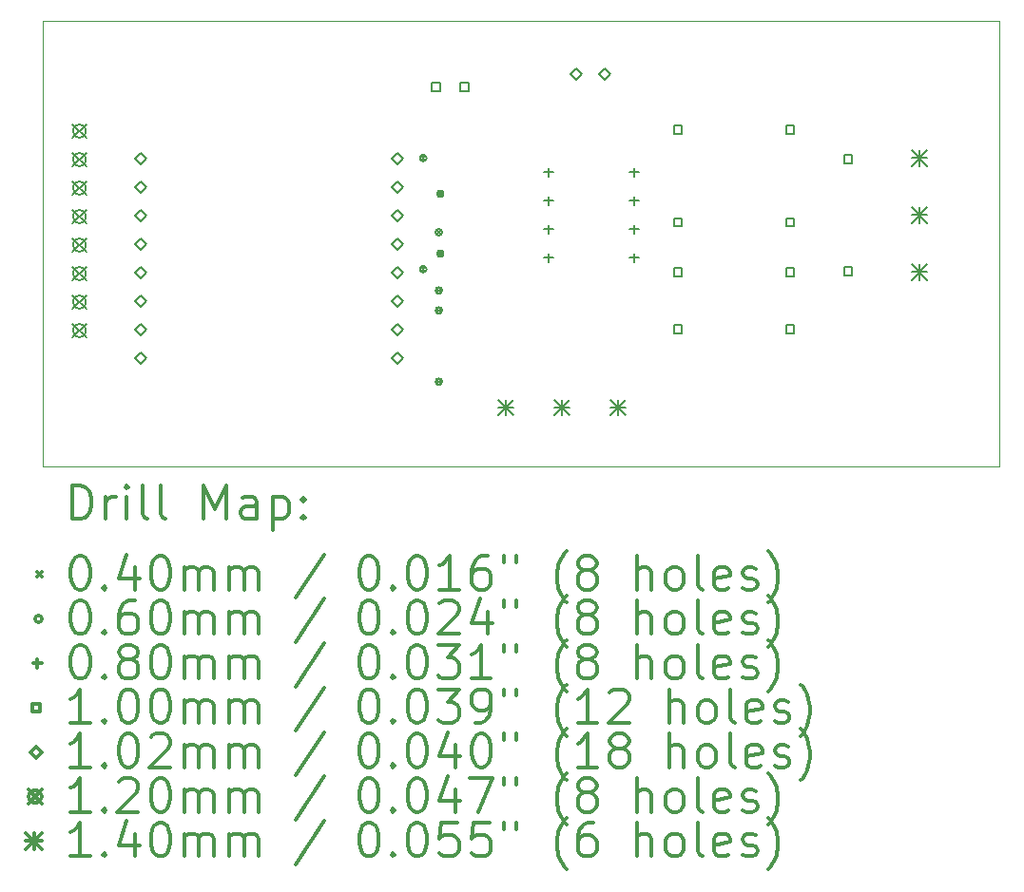
<source format=gbr>
%FSLAX45Y45*%
G04 Gerber Fmt 4.5, Leading zero omitted, Abs format (unit mm)*
G04 Created by KiCad (PCBNEW 4.0.5+dfsg1-4) date Fri Feb 15 16:11:51 2019*
%MOMM*%
%LPD*%
G01*
G04 APERTURE LIST*
%ADD10C,0.127000*%
%ADD11C,0.100000*%
%ADD12C,0.200000*%
%ADD13C,0.300000*%
G04 APERTURE END LIST*
D10*
D11*
X21287740Y-12016740D02*
X12763500Y-12016740D01*
X12763500Y-8051800D02*
X12763500Y-12014200D01*
X21285200Y-8051800D02*
X12763500Y-8051800D01*
X21285200Y-12014200D02*
X21285200Y-8051800D01*
D12*
X16134400Y-9251000D02*
X16174400Y-9291000D01*
X16174400Y-9251000D02*
X16134400Y-9291000D01*
X16134400Y-10241600D02*
X16174400Y-10281600D01*
X16174400Y-10241600D02*
X16134400Y-10281600D01*
X16274100Y-9911400D02*
X16314100Y-9951400D01*
X16314100Y-9911400D02*
X16274100Y-9951400D01*
X16274100Y-10432100D02*
X16314100Y-10472100D01*
X16314100Y-10432100D02*
X16274100Y-10472100D01*
X16274100Y-10609900D02*
X16314100Y-10649900D01*
X16314100Y-10609900D02*
X16274100Y-10649900D01*
X16274100Y-11244900D02*
X16314100Y-11284900D01*
X16314100Y-11244900D02*
X16274100Y-11284900D01*
X16286800Y-9568500D02*
X16326800Y-9608500D01*
X16326800Y-9568500D02*
X16286800Y-9608500D01*
X16286800Y-10101900D02*
X16326800Y-10141900D01*
X16326800Y-10101900D02*
X16286800Y-10141900D01*
X16184400Y-9271000D02*
G75*
G03X16184400Y-9271000I-30000J0D01*
G01*
X16184400Y-10261600D02*
G75*
G03X16184400Y-10261600I-30000J0D01*
G01*
X16324100Y-9931400D02*
G75*
G03X16324100Y-9931400I-30000J0D01*
G01*
X16324100Y-10452100D02*
G75*
G03X16324100Y-10452100I-30000J0D01*
G01*
X16324100Y-10629900D02*
G75*
G03X16324100Y-10629900I-30000J0D01*
G01*
X16324100Y-11264900D02*
G75*
G03X16324100Y-11264900I-30000J0D01*
G01*
X16336800Y-9588500D02*
G75*
G03X16336800Y-9588500I-30000J0D01*
G01*
X16336800Y-10121900D02*
G75*
G03X16336800Y-10121900I-30000J0D01*
G01*
X17272000Y-9358000D02*
X17272000Y-9438000D01*
X17232000Y-9398000D02*
X17312000Y-9398000D01*
X17272000Y-9612000D02*
X17272000Y-9692000D01*
X17232000Y-9652000D02*
X17312000Y-9652000D01*
X17272000Y-9866000D02*
X17272000Y-9946000D01*
X17232000Y-9906000D02*
X17312000Y-9906000D01*
X17272000Y-10120000D02*
X17272000Y-10200000D01*
X17232000Y-10160000D02*
X17312000Y-10160000D01*
X18034000Y-9358000D02*
X18034000Y-9438000D01*
X17994000Y-9398000D02*
X18074000Y-9398000D01*
X18034000Y-9612000D02*
X18034000Y-9692000D01*
X17994000Y-9652000D02*
X18074000Y-9652000D01*
X18034000Y-9866000D02*
X18034000Y-9946000D01*
X17994000Y-9906000D02*
X18074000Y-9906000D01*
X18034000Y-10120000D02*
X18034000Y-10200000D01*
X17994000Y-10160000D02*
X18074000Y-10160000D01*
X16304082Y-8671383D02*
X16304082Y-8600618D01*
X16233317Y-8600618D01*
X16233317Y-8671383D01*
X16304082Y-8671383D01*
X16558082Y-8671383D02*
X16558082Y-8600618D01*
X16487317Y-8600618D01*
X16487317Y-8671383D01*
X16558082Y-8671383D01*
X18458257Y-9052383D02*
X18458257Y-8981618D01*
X18387492Y-8981618D01*
X18387492Y-9052383D01*
X18458257Y-9052383D01*
X18458257Y-9877883D02*
X18458257Y-9807118D01*
X18387492Y-9807118D01*
X18387492Y-9877883D01*
X18458257Y-9877883D01*
X18458257Y-10322383D02*
X18458257Y-10251618D01*
X18387492Y-10251618D01*
X18387492Y-10322383D01*
X18458257Y-10322383D01*
X18458257Y-10830383D02*
X18458257Y-10759618D01*
X18387492Y-10759618D01*
X18387492Y-10830383D01*
X18458257Y-10830383D01*
X19458509Y-9052383D02*
X19458509Y-8981618D01*
X19387744Y-8981618D01*
X19387744Y-9052383D01*
X19458509Y-9052383D01*
X19458509Y-9877883D02*
X19458509Y-9807118D01*
X19387744Y-9807118D01*
X19387744Y-9877883D01*
X19458509Y-9877883D01*
X19458509Y-10322383D02*
X19458509Y-10251618D01*
X19387744Y-10251618D01*
X19387744Y-10322383D01*
X19458509Y-10322383D01*
X19458509Y-10830383D02*
X19458509Y-10759618D01*
X19387744Y-10759618D01*
X19387744Y-10830383D01*
X19458509Y-10830383D01*
X19974383Y-9314257D02*
X19974383Y-9243492D01*
X19903618Y-9243492D01*
X19903618Y-9314257D01*
X19974383Y-9314257D01*
X19974383Y-10314509D02*
X19974383Y-10243744D01*
X19903618Y-10243744D01*
X19903618Y-10314509D01*
X19974383Y-10314509D01*
X13639800Y-9328150D02*
X13690600Y-9277350D01*
X13639800Y-9226550D01*
X13589000Y-9277350D01*
X13639800Y-9328150D01*
X13639800Y-9582150D02*
X13690600Y-9531350D01*
X13639800Y-9480550D01*
X13589000Y-9531350D01*
X13639800Y-9582150D01*
X13639800Y-9836150D02*
X13690600Y-9785350D01*
X13639800Y-9734550D01*
X13589000Y-9785350D01*
X13639800Y-9836150D01*
X13639800Y-10090150D02*
X13690600Y-10039350D01*
X13639800Y-9988550D01*
X13589000Y-10039350D01*
X13639800Y-10090150D01*
X13639800Y-10344150D02*
X13690600Y-10293350D01*
X13639800Y-10242550D01*
X13589000Y-10293350D01*
X13639800Y-10344150D01*
X13639800Y-10598150D02*
X13690600Y-10547350D01*
X13639800Y-10496550D01*
X13589000Y-10547350D01*
X13639800Y-10598150D01*
X13639800Y-10852150D02*
X13690600Y-10801350D01*
X13639800Y-10750550D01*
X13589000Y-10801350D01*
X13639800Y-10852150D01*
X13639800Y-11106150D02*
X13690600Y-11055350D01*
X13639800Y-11004550D01*
X13589000Y-11055350D01*
X13639800Y-11106150D01*
X15925800Y-9328150D02*
X15976600Y-9277350D01*
X15925800Y-9226550D01*
X15875000Y-9277350D01*
X15925800Y-9328150D01*
X15925800Y-9582150D02*
X15976600Y-9531350D01*
X15925800Y-9480550D01*
X15875000Y-9531350D01*
X15925800Y-9582150D01*
X15925800Y-9836150D02*
X15976600Y-9785350D01*
X15925800Y-9734550D01*
X15875000Y-9785350D01*
X15925800Y-9836150D01*
X15925800Y-10090150D02*
X15976600Y-10039350D01*
X15925800Y-9988550D01*
X15875000Y-10039350D01*
X15925800Y-10090150D01*
X15925800Y-10344150D02*
X15976600Y-10293350D01*
X15925800Y-10242550D01*
X15875000Y-10293350D01*
X15925800Y-10344150D01*
X15925800Y-10598150D02*
X15976600Y-10547350D01*
X15925800Y-10496550D01*
X15875000Y-10547350D01*
X15925800Y-10598150D01*
X15925800Y-10852150D02*
X15976600Y-10801350D01*
X15925800Y-10750550D01*
X15875000Y-10801350D01*
X15925800Y-10852150D01*
X15925800Y-11106150D02*
X15976600Y-11055350D01*
X15925800Y-11004550D01*
X15875000Y-11055350D01*
X15925800Y-11106150D01*
X17513300Y-8572500D02*
X17564100Y-8521700D01*
X17513300Y-8470900D01*
X17462500Y-8521700D01*
X17513300Y-8572500D01*
X17767300Y-8572500D02*
X17818100Y-8521700D01*
X17767300Y-8470900D01*
X17716500Y-8521700D01*
X17767300Y-8572500D01*
X13033700Y-8969700D02*
X13153700Y-9089700D01*
X13153700Y-8969700D02*
X13033700Y-9089700D01*
X13153700Y-9029700D02*
G75*
G03X13153700Y-9029700I-60000J0D01*
G01*
X13033700Y-9223700D02*
X13153700Y-9343700D01*
X13153700Y-9223700D02*
X13033700Y-9343700D01*
X13153700Y-9283700D02*
G75*
G03X13153700Y-9283700I-60000J0D01*
G01*
X13033700Y-9477700D02*
X13153700Y-9597700D01*
X13153700Y-9477700D02*
X13033700Y-9597700D01*
X13153700Y-9537700D02*
G75*
G03X13153700Y-9537700I-60000J0D01*
G01*
X13033700Y-9731700D02*
X13153700Y-9851700D01*
X13153700Y-9731700D02*
X13033700Y-9851700D01*
X13153700Y-9791700D02*
G75*
G03X13153700Y-9791700I-60000J0D01*
G01*
X13033700Y-9985700D02*
X13153700Y-10105700D01*
X13153700Y-9985700D02*
X13033700Y-10105700D01*
X13153700Y-10045700D02*
G75*
G03X13153700Y-10045700I-60000J0D01*
G01*
X13033700Y-10239700D02*
X13153700Y-10359700D01*
X13153700Y-10239700D02*
X13033700Y-10359700D01*
X13153700Y-10299700D02*
G75*
G03X13153700Y-10299700I-60000J0D01*
G01*
X13033700Y-10493700D02*
X13153700Y-10613700D01*
X13153700Y-10493700D02*
X13033700Y-10613700D01*
X13153700Y-10553700D02*
G75*
G03X13153700Y-10553700I-60000J0D01*
G01*
X13033700Y-10747700D02*
X13153700Y-10867700D01*
X13153700Y-10747700D02*
X13033700Y-10867700D01*
X13153700Y-10807700D02*
G75*
G03X13153700Y-10807700I-60000J0D01*
G01*
X16821000Y-11423500D02*
X16961000Y-11563500D01*
X16961000Y-11423500D02*
X16821000Y-11563500D01*
X16891000Y-11423500D02*
X16891000Y-11563500D01*
X16821000Y-11493500D02*
X16961000Y-11493500D01*
X17321000Y-11423500D02*
X17461000Y-11563500D01*
X17461000Y-11423500D02*
X17321000Y-11563500D01*
X17391000Y-11423500D02*
X17391000Y-11563500D01*
X17321000Y-11493500D02*
X17461000Y-11493500D01*
X17821000Y-11423500D02*
X17961000Y-11563500D01*
X17961000Y-11423500D02*
X17821000Y-11563500D01*
X17891000Y-11423500D02*
X17891000Y-11563500D01*
X17821000Y-11493500D02*
X17961000Y-11493500D01*
X20504000Y-9201000D02*
X20644000Y-9341000D01*
X20644000Y-9201000D02*
X20504000Y-9341000D01*
X20574000Y-9201000D02*
X20574000Y-9341000D01*
X20504000Y-9271000D02*
X20644000Y-9271000D01*
X20504000Y-9709000D02*
X20644000Y-9849000D01*
X20644000Y-9709000D02*
X20504000Y-9849000D01*
X20574000Y-9709000D02*
X20574000Y-9849000D01*
X20504000Y-9779000D02*
X20644000Y-9779000D01*
X20504000Y-10217000D02*
X20644000Y-10357000D01*
X20644000Y-10217000D02*
X20504000Y-10357000D01*
X20574000Y-10217000D02*
X20574000Y-10357000D01*
X20504000Y-10287000D02*
X20644000Y-10287000D01*
D13*
X13029928Y-12487454D02*
X13029928Y-12187454D01*
X13101357Y-12187454D01*
X13144214Y-12201740D01*
X13172786Y-12230311D01*
X13187071Y-12258883D01*
X13201357Y-12316026D01*
X13201357Y-12358883D01*
X13187071Y-12416026D01*
X13172786Y-12444597D01*
X13144214Y-12473169D01*
X13101357Y-12487454D01*
X13029928Y-12487454D01*
X13329928Y-12487454D02*
X13329928Y-12287454D01*
X13329928Y-12344597D02*
X13344214Y-12316026D01*
X13358500Y-12301740D01*
X13387071Y-12287454D01*
X13415643Y-12287454D01*
X13515643Y-12487454D02*
X13515643Y-12287454D01*
X13515643Y-12187454D02*
X13501357Y-12201740D01*
X13515643Y-12216026D01*
X13529928Y-12201740D01*
X13515643Y-12187454D01*
X13515643Y-12216026D01*
X13701357Y-12487454D02*
X13672786Y-12473169D01*
X13658500Y-12444597D01*
X13658500Y-12187454D01*
X13858500Y-12487454D02*
X13829928Y-12473169D01*
X13815643Y-12444597D01*
X13815643Y-12187454D01*
X14201357Y-12487454D02*
X14201357Y-12187454D01*
X14301357Y-12401740D01*
X14401357Y-12187454D01*
X14401357Y-12487454D01*
X14672786Y-12487454D02*
X14672786Y-12330311D01*
X14658500Y-12301740D01*
X14629928Y-12287454D01*
X14572786Y-12287454D01*
X14544214Y-12301740D01*
X14672786Y-12473169D02*
X14644214Y-12487454D01*
X14572786Y-12487454D01*
X14544214Y-12473169D01*
X14529928Y-12444597D01*
X14529928Y-12416026D01*
X14544214Y-12387454D01*
X14572786Y-12373169D01*
X14644214Y-12373169D01*
X14672786Y-12358883D01*
X14815643Y-12287454D02*
X14815643Y-12587454D01*
X14815643Y-12301740D02*
X14844214Y-12287454D01*
X14901357Y-12287454D01*
X14929928Y-12301740D01*
X14944214Y-12316026D01*
X14958500Y-12344597D01*
X14958500Y-12430311D01*
X14944214Y-12458883D01*
X14929928Y-12473169D01*
X14901357Y-12487454D01*
X14844214Y-12487454D01*
X14815643Y-12473169D01*
X15087071Y-12458883D02*
X15101357Y-12473169D01*
X15087071Y-12487454D01*
X15072786Y-12473169D01*
X15087071Y-12458883D01*
X15087071Y-12487454D01*
X15087071Y-12301740D02*
X15101357Y-12316026D01*
X15087071Y-12330311D01*
X15072786Y-12316026D01*
X15087071Y-12301740D01*
X15087071Y-12330311D01*
X12718500Y-12961740D02*
X12758500Y-13001740D01*
X12758500Y-12961740D02*
X12718500Y-13001740D01*
X13087071Y-12817454D02*
X13115643Y-12817454D01*
X13144214Y-12831740D01*
X13158500Y-12846026D01*
X13172786Y-12874597D01*
X13187071Y-12931740D01*
X13187071Y-13003169D01*
X13172786Y-13060311D01*
X13158500Y-13088883D01*
X13144214Y-13103169D01*
X13115643Y-13117454D01*
X13087071Y-13117454D01*
X13058500Y-13103169D01*
X13044214Y-13088883D01*
X13029928Y-13060311D01*
X13015643Y-13003169D01*
X13015643Y-12931740D01*
X13029928Y-12874597D01*
X13044214Y-12846026D01*
X13058500Y-12831740D01*
X13087071Y-12817454D01*
X13315643Y-13088883D02*
X13329928Y-13103169D01*
X13315643Y-13117454D01*
X13301357Y-13103169D01*
X13315643Y-13088883D01*
X13315643Y-13117454D01*
X13587071Y-12917454D02*
X13587071Y-13117454D01*
X13515643Y-12803169D02*
X13444214Y-13017454D01*
X13629928Y-13017454D01*
X13801357Y-12817454D02*
X13829928Y-12817454D01*
X13858500Y-12831740D01*
X13872786Y-12846026D01*
X13887071Y-12874597D01*
X13901357Y-12931740D01*
X13901357Y-13003169D01*
X13887071Y-13060311D01*
X13872786Y-13088883D01*
X13858500Y-13103169D01*
X13829928Y-13117454D01*
X13801357Y-13117454D01*
X13772786Y-13103169D01*
X13758500Y-13088883D01*
X13744214Y-13060311D01*
X13729928Y-13003169D01*
X13729928Y-12931740D01*
X13744214Y-12874597D01*
X13758500Y-12846026D01*
X13772786Y-12831740D01*
X13801357Y-12817454D01*
X14029928Y-13117454D02*
X14029928Y-12917454D01*
X14029928Y-12946026D02*
X14044214Y-12931740D01*
X14072786Y-12917454D01*
X14115643Y-12917454D01*
X14144214Y-12931740D01*
X14158500Y-12960311D01*
X14158500Y-13117454D01*
X14158500Y-12960311D02*
X14172786Y-12931740D01*
X14201357Y-12917454D01*
X14244214Y-12917454D01*
X14272786Y-12931740D01*
X14287071Y-12960311D01*
X14287071Y-13117454D01*
X14429928Y-13117454D02*
X14429928Y-12917454D01*
X14429928Y-12946026D02*
X14444214Y-12931740D01*
X14472786Y-12917454D01*
X14515643Y-12917454D01*
X14544214Y-12931740D01*
X14558500Y-12960311D01*
X14558500Y-13117454D01*
X14558500Y-12960311D02*
X14572786Y-12931740D01*
X14601357Y-12917454D01*
X14644214Y-12917454D01*
X14672786Y-12931740D01*
X14687071Y-12960311D01*
X14687071Y-13117454D01*
X15272786Y-12803169D02*
X15015643Y-13188883D01*
X15658500Y-12817454D02*
X15687071Y-12817454D01*
X15715643Y-12831740D01*
X15729928Y-12846026D01*
X15744214Y-12874597D01*
X15758500Y-12931740D01*
X15758500Y-13003169D01*
X15744214Y-13060311D01*
X15729928Y-13088883D01*
X15715643Y-13103169D01*
X15687071Y-13117454D01*
X15658500Y-13117454D01*
X15629928Y-13103169D01*
X15615643Y-13088883D01*
X15601357Y-13060311D01*
X15587071Y-13003169D01*
X15587071Y-12931740D01*
X15601357Y-12874597D01*
X15615643Y-12846026D01*
X15629928Y-12831740D01*
X15658500Y-12817454D01*
X15887071Y-13088883D02*
X15901357Y-13103169D01*
X15887071Y-13117454D01*
X15872786Y-13103169D01*
X15887071Y-13088883D01*
X15887071Y-13117454D01*
X16087071Y-12817454D02*
X16115643Y-12817454D01*
X16144214Y-12831740D01*
X16158500Y-12846026D01*
X16172785Y-12874597D01*
X16187071Y-12931740D01*
X16187071Y-13003169D01*
X16172785Y-13060311D01*
X16158500Y-13088883D01*
X16144214Y-13103169D01*
X16115643Y-13117454D01*
X16087071Y-13117454D01*
X16058500Y-13103169D01*
X16044214Y-13088883D01*
X16029928Y-13060311D01*
X16015643Y-13003169D01*
X16015643Y-12931740D01*
X16029928Y-12874597D01*
X16044214Y-12846026D01*
X16058500Y-12831740D01*
X16087071Y-12817454D01*
X16472785Y-13117454D02*
X16301357Y-13117454D01*
X16387071Y-13117454D02*
X16387071Y-12817454D01*
X16358500Y-12860311D01*
X16329928Y-12888883D01*
X16301357Y-12903169D01*
X16729928Y-12817454D02*
X16672785Y-12817454D01*
X16644214Y-12831740D01*
X16629928Y-12846026D01*
X16601357Y-12888883D01*
X16587071Y-12946026D01*
X16587071Y-13060311D01*
X16601357Y-13088883D01*
X16615643Y-13103169D01*
X16644214Y-13117454D01*
X16701357Y-13117454D01*
X16729928Y-13103169D01*
X16744214Y-13088883D01*
X16758500Y-13060311D01*
X16758500Y-12988883D01*
X16744214Y-12960311D01*
X16729928Y-12946026D01*
X16701357Y-12931740D01*
X16644214Y-12931740D01*
X16615643Y-12946026D01*
X16601357Y-12960311D01*
X16587071Y-12988883D01*
X16872786Y-12817454D02*
X16872786Y-12874597D01*
X16987071Y-12817454D02*
X16987071Y-12874597D01*
X17429928Y-13231740D02*
X17415643Y-13217454D01*
X17387071Y-13174597D01*
X17372786Y-13146026D01*
X17358500Y-13103169D01*
X17344214Y-13031740D01*
X17344214Y-12974597D01*
X17358500Y-12903169D01*
X17372786Y-12860311D01*
X17387071Y-12831740D01*
X17415643Y-12788883D01*
X17429928Y-12774597D01*
X17587071Y-12946026D02*
X17558500Y-12931740D01*
X17544214Y-12917454D01*
X17529928Y-12888883D01*
X17529928Y-12874597D01*
X17544214Y-12846026D01*
X17558500Y-12831740D01*
X17587071Y-12817454D01*
X17644214Y-12817454D01*
X17672786Y-12831740D01*
X17687071Y-12846026D01*
X17701357Y-12874597D01*
X17701357Y-12888883D01*
X17687071Y-12917454D01*
X17672786Y-12931740D01*
X17644214Y-12946026D01*
X17587071Y-12946026D01*
X17558500Y-12960311D01*
X17544214Y-12974597D01*
X17529928Y-13003169D01*
X17529928Y-13060311D01*
X17544214Y-13088883D01*
X17558500Y-13103169D01*
X17587071Y-13117454D01*
X17644214Y-13117454D01*
X17672786Y-13103169D01*
X17687071Y-13088883D01*
X17701357Y-13060311D01*
X17701357Y-13003169D01*
X17687071Y-12974597D01*
X17672786Y-12960311D01*
X17644214Y-12946026D01*
X18058500Y-13117454D02*
X18058500Y-12817454D01*
X18187071Y-13117454D02*
X18187071Y-12960311D01*
X18172786Y-12931740D01*
X18144214Y-12917454D01*
X18101357Y-12917454D01*
X18072786Y-12931740D01*
X18058500Y-12946026D01*
X18372786Y-13117454D02*
X18344214Y-13103169D01*
X18329928Y-13088883D01*
X18315643Y-13060311D01*
X18315643Y-12974597D01*
X18329928Y-12946026D01*
X18344214Y-12931740D01*
X18372786Y-12917454D01*
X18415643Y-12917454D01*
X18444214Y-12931740D01*
X18458500Y-12946026D01*
X18472786Y-12974597D01*
X18472786Y-13060311D01*
X18458500Y-13088883D01*
X18444214Y-13103169D01*
X18415643Y-13117454D01*
X18372786Y-13117454D01*
X18644214Y-13117454D02*
X18615643Y-13103169D01*
X18601357Y-13074597D01*
X18601357Y-12817454D01*
X18872786Y-13103169D02*
X18844214Y-13117454D01*
X18787071Y-13117454D01*
X18758500Y-13103169D01*
X18744214Y-13074597D01*
X18744214Y-12960311D01*
X18758500Y-12931740D01*
X18787071Y-12917454D01*
X18844214Y-12917454D01*
X18872786Y-12931740D01*
X18887071Y-12960311D01*
X18887071Y-12988883D01*
X18744214Y-13017454D01*
X19001357Y-13103169D02*
X19029929Y-13117454D01*
X19087071Y-13117454D01*
X19115643Y-13103169D01*
X19129929Y-13074597D01*
X19129929Y-13060311D01*
X19115643Y-13031740D01*
X19087071Y-13017454D01*
X19044214Y-13017454D01*
X19015643Y-13003169D01*
X19001357Y-12974597D01*
X19001357Y-12960311D01*
X19015643Y-12931740D01*
X19044214Y-12917454D01*
X19087071Y-12917454D01*
X19115643Y-12931740D01*
X19229928Y-13231740D02*
X19244214Y-13217454D01*
X19272786Y-13174597D01*
X19287071Y-13146026D01*
X19301357Y-13103169D01*
X19315643Y-13031740D01*
X19315643Y-12974597D01*
X19301357Y-12903169D01*
X19287071Y-12860311D01*
X19272786Y-12831740D01*
X19244214Y-12788883D01*
X19229928Y-12774597D01*
X12758500Y-13377740D02*
G75*
G03X12758500Y-13377740I-30000J0D01*
G01*
X13087071Y-13213454D02*
X13115643Y-13213454D01*
X13144214Y-13227740D01*
X13158500Y-13242026D01*
X13172786Y-13270597D01*
X13187071Y-13327740D01*
X13187071Y-13399169D01*
X13172786Y-13456311D01*
X13158500Y-13484883D01*
X13144214Y-13499169D01*
X13115643Y-13513454D01*
X13087071Y-13513454D01*
X13058500Y-13499169D01*
X13044214Y-13484883D01*
X13029928Y-13456311D01*
X13015643Y-13399169D01*
X13015643Y-13327740D01*
X13029928Y-13270597D01*
X13044214Y-13242026D01*
X13058500Y-13227740D01*
X13087071Y-13213454D01*
X13315643Y-13484883D02*
X13329928Y-13499169D01*
X13315643Y-13513454D01*
X13301357Y-13499169D01*
X13315643Y-13484883D01*
X13315643Y-13513454D01*
X13587071Y-13213454D02*
X13529928Y-13213454D01*
X13501357Y-13227740D01*
X13487071Y-13242026D01*
X13458500Y-13284883D01*
X13444214Y-13342026D01*
X13444214Y-13456311D01*
X13458500Y-13484883D01*
X13472786Y-13499169D01*
X13501357Y-13513454D01*
X13558500Y-13513454D01*
X13587071Y-13499169D01*
X13601357Y-13484883D01*
X13615643Y-13456311D01*
X13615643Y-13384883D01*
X13601357Y-13356311D01*
X13587071Y-13342026D01*
X13558500Y-13327740D01*
X13501357Y-13327740D01*
X13472786Y-13342026D01*
X13458500Y-13356311D01*
X13444214Y-13384883D01*
X13801357Y-13213454D02*
X13829928Y-13213454D01*
X13858500Y-13227740D01*
X13872786Y-13242026D01*
X13887071Y-13270597D01*
X13901357Y-13327740D01*
X13901357Y-13399169D01*
X13887071Y-13456311D01*
X13872786Y-13484883D01*
X13858500Y-13499169D01*
X13829928Y-13513454D01*
X13801357Y-13513454D01*
X13772786Y-13499169D01*
X13758500Y-13484883D01*
X13744214Y-13456311D01*
X13729928Y-13399169D01*
X13729928Y-13327740D01*
X13744214Y-13270597D01*
X13758500Y-13242026D01*
X13772786Y-13227740D01*
X13801357Y-13213454D01*
X14029928Y-13513454D02*
X14029928Y-13313454D01*
X14029928Y-13342026D02*
X14044214Y-13327740D01*
X14072786Y-13313454D01*
X14115643Y-13313454D01*
X14144214Y-13327740D01*
X14158500Y-13356311D01*
X14158500Y-13513454D01*
X14158500Y-13356311D02*
X14172786Y-13327740D01*
X14201357Y-13313454D01*
X14244214Y-13313454D01*
X14272786Y-13327740D01*
X14287071Y-13356311D01*
X14287071Y-13513454D01*
X14429928Y-13513454D02*
X14429928Y-13313454D01*
X14429928Y-13342026D02*
X14444214Y-13327740D01*
X14472786Y-13313454D01*
X14515643Y-13313454D01*
X14544214Y-13327740D01*
X14558500Y-13356311D01*
X14558500Y-13513454D01*
X14558500Y-13356311D02*
X14572786Y-13327740D01*
X14601357Y-13313454D01*
X14644214Y-13313454D01*
X14672786Y-13327740D01*
X14687071Y-13356311D01*
X14687071Y-13513454D01*
X15272786Y-13199169D02*
X15015643Y-13584883D01*
X15658500Y-13213454D02*
X15687071Y-13213454D01*
X15715643Y-13227740D01*
X15729928Y-13242026D01*
X15744214Y-13270597D01*
X15758500Y-13327740D01*
X15758500Y-13399169D01*
X15744214Y-13456311D01*
X15729928Y-13484883D01*
X15715643Y-13499169D01*
X15687071Y-13513454D01*
X15658500Y-13513454D01*
X15629928Y-13499169D01*
X15615643Y-13484883D01*
X15601357Y-13456311D01*
X15587071Y-13399169D01*
X15587071Y-13327740D01*
X15601357Y-13270597D01*
X15615643Y-13242026D01*
X15629928Y-13227740D01*
X15658500Y-13213454D01*
X15887071Y-13484883D02*
X15901357Y-13499169D01*
X15887071Y-13513454D01*
X15872786Y-13499169D01*
X15887071Y-13484883D01*
X15887071Y-13513454D01*
X16087071Y-13213454D02*
X16115643Y-13213454D01*
X16144214Y-13227740D01*
X16158500Y-13242026D01*
X16172785Y-13270597D01*
X16187071Y-13327740D01*
X16187071Y-13399169D01*
X16172785Y-13456311D01*
X16158500Y-13484883D01*
X16144214Y-13499169D01*
X16115643Y-13513454D01*
X16087071Y-13513454D01*
X16058500Y-13499169D01*
X16044214Y-13484883D01*
X16029928Y-13456311D01*
X16015643Y-13399169D01*
X16015643Y-13327740D01*
X16029928Y-13270597D01*
X16044214Y-13242026D01*
X16058500Y-13227740D01*
X16087071Y-13213454D01*
X16301357Y-13242026D02*
X16315643Y-13227740D01*
X16344214Y-13213454D01*
X16415643Y-13213454D01*
X16444214Y-13227740D01*
X16458500Y-13242026D01*
X16472785Y-13270597D01*
X16472785Y-13299169D01*
X16458500Y-13342026D01*
X16287071Y-13513454D01*
X16472785Y-13513454D01*
X16729928Y-13313454D02*
X16729928Y-13513454D01*
X16658500Y-13199169D02*
X16587071Y-13413454D01*
X16772785Y-13413454D01*
X16872786Y-13213454D02*
X16872786Y-13270597D01*
X16987071Y-13213454D02*
X16987071Y-13270597D01*
X17429928Y-13627740D02*
X17415643Y-13613454D01*
X17387071Y-13570597D01*
X17372786Y-13542026D01*
X17358500Y-13499169D01*
X17344214Y-13427740D01*
X17344214Y-13370597D01*
X17358500Y-13299169D01*
X17372786Y-13256311D01*
X17387071Y-13227740D01*
X17415643Y-13184883D01*
X17429928Y-13170597D01*
X17587071Y-13342026D02*
X17558500Y-13327740D01*
X17544214Y-13313454D01*
X17529928Y-13284883D01*
X17529928Y-13270597D01*
X17544214Y-13242026D01*
X17558500Y-13227740D01*
X17587071Y-13213454D01*
X17644214Y-13213454D01*
X17672786Y-13227740D01*
X17687071Y-13242026D01*
X17701357Y-13270597D01*
X17701357Y-13284883D01*
X17687071Y-13313454D01*
X17672786Y-13327740D01*
X17644214Y-13342026D01*
X17587071Y-13342026D01*
X17558500Y-13356311D01*
X17544214Y-13370597D01*
X17529928Y-13399169D01*
X17529928Y-13456311D01*
X17544214Y-13484883D01*
X17558500Y-13499169D01*
X17587071Y-13513454D01*
X17644214Y-13513454D01*
X17672786Y-13499169D01*
X17687071Y-13484883D01*
X17701357Y-13456311D01*
X17701357Y-13399169D01*
X17687071Y-13370597D01*
X17672786Y-13356311D01*
X17644214Y-13342026D01*
X18058500Y-13513454D02*
X18058500Y-13213454D01*
X18187071Y-13513454D02*
X18187071Y-13356311D01*
X18172786Y-13327740D01*
X18144214Y-13313454D01*
X18101357Y-13313454D01*
X18072786Y-13327740D01*
X18058500Y-13342026D01*
X18372786Y-13513454D02*
X18344214Y-13499169D01*
X18329928Y-13484883D01*
X18315643Y-13456311D01*
X18315643Y-13370597D01*
X18329928Y-13342026D01*
X18344214Y-13327740D01*
X18372786Y-13313454D01*
X18415643Y-13313454D01*
X18444214Y-13327740D01*
X18458500Y-13342026D01*
X18472786Y-13370597D01*
X18472786Y-13456311D01*
X18458500Y-13484883D01*
X18444214Y-13499169D01*
X18415643Y-13513454D01*
X18372786Y-13513454D01*
X18644214Y-13513454D02*
X18615643Y-13499169D01*
X18601357Y-13470597D01*
X18601357Y-13213454D01*
X18872786Y-13499169D02*
X18844214Y-13513454D01*
X18787071Y-13513454D01*
X18758500Y-13499169D01*
X18744214Y-13470597D01*
X18744214Y-13356311D01*
X18758500Y-13327740D01*
X18787071Y-13313454D01*
X18844214Y-13313454D01*
X18872786Y-13327740D01*
X18887071Y-13356311D01*
X18887071Y-13384883D01*
X18744214Y-13413454D01*
X19001357Y-13499169D02*
X19029929Y-13513454D01*
X19087071Y-13513454D01*
X19115643Y-13499169D01*
X19129929Y-13470597D01*
X19129929Y-13456311D01*
X19115643Y-13427740D01*
X19087071Y-13413454D01*
X19044214Y-13413454D01*
X19015643Y-13399169D01*
X19001357Y-13370597D01*
X19001357Y-13356311D01*
X19015643Y-13327740D01*
X19044214Y-13313454D01*
X19087071Y-13313454D01*
X19115643Y-13327740D01*
X19229928Y-13627740D02*
X19244214Y-13613454D01*
X19272786Y-13570597D01*
X19287071Y-13542026D01*
X19301357Y-13499169D01*
X19315643Y-13427740D01*
X19315643Y-13370597D01*
X19301357Y-13299169D01*
X19287071Y-13256311D01*
X19272786Y-13227740D01*
X19244214Y-13184883D01*
X19229928Y-13170597D01*
X12718500Y-13733740D02*
X12718500Y-13813740D01*
X12678500Y-13773740D02*
X12758500Y-13773740D01*
X13087071Y-13609454D02*
X13115643Y-13609454D01*
X13144214Y-13623740D01*
X13158500Y-13638026D01*
X13172786Y-13666597D01*
X13187071Y-13723740D01*
X13187071Y-13795169D01*
X13172786Y-13852311D01*
X13158500Y-13880883D01*
X13144214Y-13895169D01*
X13115643Y-13909454D01*
X13087071Y-13909454D01*
X13058500Y-13895169D01*
X13044214Y-13880883D01*
X13029928Y-13852311D01*
X13015643Y-13795169D01*
X13015643Y-13723740D01*
X13029928Y-13666597D01*
X13044214Y-13638026D01*
X13058500Y-13623740D01*
X13087071Y-13609454D01*
X13315643Y-13880883D02*
X13329928Y-13895169D01*
X13315643Y-13909454D01*
X13301357Y-13895169D01*
X13315643Y-13880883D01*
X13315643Y-13909454D01*
X13501357Y-13738026D02*
X13472786Y-13723740D01*
X13458500Y-13709454D01*
X13444214Y-13680883D01*
X13444214Y-13666597D01*
X13458500Y-13638026D01*
X13472786Y-13623740D01*
X13501357Y-13609454D01*
X13558500Y-13609454D01*
X13587071Y-13623740D01*
X13601357Y-13638026D01*
X13615643Y-13666597D01*
X13615643Y-13680883D01*
X13601357Y-13709454D01*
X13587071Y-13723740D01*
X13558500Y-13738026D01*
X13501357Y-13738026D01*
X13472786Y-13752311D01*
X13458500Y-13766597D01*
X13444214Y-13795169D01*
X13444214Y-13852311D01*
X13458500Y-13880883D01*
X13472786Y-13895169D01*
X13501357Y-13909454D01*
X13558500Y-13909454D01*
X13587071Y-13895169D01*
X13601357Y-13880883D01*
X13615643Y-13852311D01*
X13615643Y-13795169D01*
X13601357Y-13766597D01*
X13587071Y-13752311D01*
X13558500Y-13738026D01*
X13801357Y-13609454D02*
X13829928Y-13609454D01*
X13858500Y-13623740D01*
X13872786Y-13638026D01*
X13887071Y-13666597D01*
X13901357Y-13723740D01*
X13901357Y-13795169D01*
X13887071Y-13852311D01*
X13872786Y-13880883D01*
X13858500Y-13895169D01*
X13829928Y-13909454D01*
X13801357Y-13909454D01*
X13772786Y-13895169D01*
X13758500Y-13880883D01*
X13744214Y-13852311D01*
X13729928Y-13795169D01*
X13729928Y-13723740D01*
X13744214Y-13666597D01*
X13758500Y-13638026D01*
X13772786Y-13623740D01*
X13801357Y-13609454D01*
X14029928Y-13909454D02*
X14029928Y-13709454D01*
X14029928Y-13738026D02*
X14044214Y-13723740D01*
X14072786Y-13709454D01*
X14115643Y-13709454D01*
X14144214Y-13723740D01*
X14158500Y-13752311D01*
X14158500Y-13909454D01*
X14158500Y-13752311D02*
X14172786Y-13723740D01*
X14201357Y-13709454D01*
X14244214Y-13709454D01*
X14272786Y-13723740D01*
X14287071Y-13752311D01*
X14287071Y-13909454D01*
X14429928Y-13909454D02*
X14429928Y-13709454D01*
X14429928Y-13738026D02*
X14444214Y-13723740D01*
X14472786Y-13709454D01*
X14515643Y-13709454D01*
X14544214Y-13723740D01*
X14558500Y-13752311D01*
X14558500Y-13909454D01*
X14558500Y-13752311D02*
X14572786Y-13723740D01*
X14601357Y-13709454D01*
X14644214Y-13709454D01*
X14672786Y-13723740D01*
X14687071Y-13752311D01*
X14687071Y-13909454D01*
X15272786Y-13595169D02*
X15015643Y-13980883D01*
X15658500Y-13609454D02*
X15687071Y-13609454D01*
X15715643Y-13623740D01*
X15729928Y-13638026D01*
X15744214Y-13666597D01*
X15758500Y-13723740D01*
X15758500Y-13795169D01*
X15744214Y-13852311D01*
X15729928Y-13880883D01*
X15715643Y-13895169D01*
X15687071Y-13909454D01*
X15658500Y-13909454D01*
X15629928Y-13895169D01*
X15615643Y-13880883D01*
X15601357Y-13852311D01*
X15587071Y-13795169D01*
X15587071Y-13723740D01*
X15601357Y-13666597D01*
X15615643Y-13638026D01*
X15629928Y-13623740D01*
X15658500Y-13609454D01*
X15887071Y-13880883D02*
X15901357Y-13895169D01*
X15887071Y-13909454D01*
X15872786Y-13895169D01*
X15887071Y-13880883D01*
X15887071Y-13909454D01*
X16087071Y-13609454D02*
X16115643Y-13609454D01*
X16144214Y-13623740D01*
X16158500Y-13638026D01*
X16172785Y-13666597D01*
X16187071Y-13723740D01*
X16187071Y-13795169D01*
X16172785Y-13852311D01*
X16158500Y-13880883D01*
X16144214Y-13895169D01*
X16115643Y-13909454D01*
X16087071Y-13909454D01*
X16058500Y-13895169D01*
X16044214Y-13880883D01*
X16029928Y-13852311D01*
X16015643Y-13795169D01*
X16015643Y-13723740D01*
X16029928Y-13666597D01*
X16044214Y-13638026D01*
X16058500Y-13623740D01*
X16087071Y-13609454D01*
X16287071Y-13609454D02*
X16472785Y-13609454D01*
X16372785Y-13723740D01*
X16415643Y-13723740D01*
X16444214Y-13738026D01*
X16458500Y-13752311D01*
X16472785Y-13780883D01*
X16472785Y-13852311D01*
X16458500Y-13880883D01*
X16444214Y-13895169D01*
X16415643Y-13909454D01*
X16329928Y-13909454D01*
X16301357Y-13895169D01*
X16287071Y-13880883D01*
X16758500Y-13909454D02*
X16587071Y-13909454D01*
X16672785Y-13909454D02*
X16672785Y-13609454D01*
X16644214Y-13652311D01*
X16615643Y-13680883D01*
X16587071Y-13695169D01*
X16872786Y-13609454D02*
X16872786Y-13666597D01*
X16987071Y-13609454D02*
X16987071Y-13666597D01*
X17429928Y-14023740D02*
X17415643Y-14009454D01*
X17387071Y-13966597D01*
X17372786Y-13938026D01*
X17358500Y-13895169D01*
X17344214Y-13823740D01*
X17344214Y-13766597D01*
X17358500Y-13695169D01*
X17372786Y-13652311D01*
X17387071Y-13623740D01*
X17415643Y-13580883D01*
X17429928Y-13566597D01*
X17587071Y-13738026D02*
X17558500Y-13723740D01*
X17544214Y-13709454D01*
X17529928Y-13680883D01*
X17529928Y-13666597D01*
X17544214Y-13638026D01*
X17558500Y-13623740D01*
X17587071Y-13609454D01*
X17644214Y-13609454D01*
X17672786Y-13623740D01*
X17687071Y-13638026D01*
X17701357Y-13666597D01*
X17701357Y-13680883D01*
X17687071Y-13709454D01*
X17672786Y-13723740D01*
X17644214Y-13738026D01*
X17587071Y-13738026D01*
X17558500Y-13752311D01*
X17544214Y-13766597D01*
X17529928Y-13795169D01*
X17529928Y-13852311D01*
X17544214Y-13880883D01*
X17558500Y-13895169D01*
X17587071Y-13909454D01*
X17644214Y-13909454D01*
X17672786Y-13895169D01*
X17687071Y-13880883D01*
X17701357Y-13852311D01*
X17701357Y-13795169D01*
X17687071Y-13766597D01*
X17672786Y-13752311D01*
X17644214Y-13738026D01*
X18058500Y-13909454D02*
X18058500Y-13609454D01*
X18187071Y-13909454D02*
X18187071Y-13752311D01*
X18172786Y-13723740D01*
X18144214Y-13709454D01*
X18101357Y-13709454D01*
X18072786Y-13723740D01*
X18058500Y-13738026D01*
X18372786Y-13909454D02*
X18344214Y-13895169D01*
X18329928Y-13880883D01*
X18315643Y-13852311D01*
X18315643Y-13766597D01*
X18329928Y-13738026D01*
X18344214Y-13723740D01*
X18372786Y-13709454D01*
X18415643Y-13709454D01*
X18444214Y-13723740D01*
X18458500Y-13738026D01*
X18472786Y-13766597D01*
X18472786Y-13852311D01*
X18458500Y-13880883D01*
X18444214Y-13895169D01*
X18415643Y-13909454D01*
X18372786Y-13909454D01*
X18644214Y-13909454D02*
X18615643Y-13895169D01*
X18601357Y-13866597D01*
X18601357Y-13609454D01*
X18872786Y-13895169D02*
X18844214Y-13909454D01*
X18787071Y-13909454D01*
X18758500Y-13895169D01*
X18744214Y-13866597D01*
X18744214Y-13752311D01*
X18758500Y-13723740D01*
X18787071Y-13709454D01*
X18844214Y-13709454D01*
X18872786Y-13723740D01*
X18887071Y-13752311D01*
X18887071Y-13780883D01*
X18744214Y-13809454D01*
X19001357Y-13895169D02*
X19029929Y-13909454D01*
X19087071Y-13909454D01*
X19115643Y-13895169D01*
X19129929Y-13866597D01*
X19129929Y-13852311D01*
X19115643Y-13823740D01*
X19087071Y-13809454D01*
X19044214Y-13809454D01*
X19015643Y-13795169D01*
X19001357Y-13766597D01*
X19001357Y-13752311D01*
X19015643Y-13723740D01*
X19044214Y-13709454D01*
X19087071Y-13709454D01*
X19115643Y-13723740D01*
X19229928Y-14023740D02*
X19244214Y-14009454D01*
X19272786Y-13966597D01*
X19287071Y-13938026D01*
X19301357Y-13895169D01*
X19315643Y-13823740D01*
X19315643Y-13766597D01*
X19301357Y-13695169D01*
X19287071Y-13652311D01*
X19272786Y-13623740D01*
X19244214Y-13580883D01*
X19229928Y-13566597D01*
X12743844Y-14205123D02*
X12743844Y-14134358D01*
X12673079Y-14134358D01*
X12673079Y-14205123D01*
X12743844Y-14205123D01*
X13187071Y-14305454D02*
X13015643Y-14305454D01*
X13101357Y-14305454D02*
X13101357Y-14005454D01*
X13072786Y-14048311D01*
X13044214Y-14076883D01*
X13015643Y-14091169D01*
X13315643Y-14276883D02*
X13329928Y-14291169D01*
X13315643Y-14305454D01*
X13301357Y-14291169D01*
X13315643Y-14276883D01*
X13315643Y-14305454D01*
X13515643Y-14005454D02*
X13544214Y-14005454D01*
X13572786Y-14019740D01*
X13587071Y-14034026D01*
X13601357Y-14062597D01*
X13615643Y-14119740D01*
X13615643Y-14191169D01*
X13601357Y-14248311D01*
X13587071Y-14276883D01*
X13572786Y-14291169D01*
X13544214Y-14305454D01*
X13515643Y-14305454D01*
X13487071Y-14291169D01*
X13472786Y-14276883D01*
X13458500Y-14248311D01*
X13444214Y-14191169D01*
X13444214Y-14119740D01*
X13458500Y-14062597D01*
X13472786Y-14034026D01*
X13487071Y-14019740D01*
X13515643Y-14005454D01*
X13801357Y-14005454D02*
X13829928Y-14005454D01*
X13858500Y-14019740D01*
X13872786Y-14034026D01*
X13887071Y-14062597D01*
X13901357Y-14119740D01*
X13901357Y-14191169D01*
X13887071Y-14248311D01*
X13872786Y-14276883D01*
X13858500Y-14291169D01*
X13829928Y-14305454D01*
X13801357Y-14305454D01*
X13772786Y-14291169D01*
X13758500Y-14276883D01*
X13744214Y-14248311D01*
X13729928Y-14191169D01*
X13729928Y-14119740D01*
X13744214Y-14062597D01*
X13758500Y-14034026D01*
X13772786Y-14019740D01*
X13801357Y-14005454D01*
X14029928Y-14305454D02*
X14029928Y-14105454D01*
X14029928Y-14134026D02*
X14044214Y-14119740D01*
X14072786Y-14105454D01*
X14115643Y-14105454D01*
X14144214Y-14119740D01*
X14158500Y-14148311D01*
X14158500Y-14305454D01*
X14158500Y-14148311D02*
X14172786Y-14119740D01*
X14201357Y-14105454D01*
X14244214Y-14105454D01*
X14272786Y-14119740D01*
X14287071Y-14148311D01*
X14287071Y-14305454D01*
X14429928Y-14305454D02*
X14429928Y-14105454D01*
X14429928Y-14134026D02*
X14444214Y-14119740D01*
X14472786Y-14105454D01*
X14515643Y-14105454D01*
X14544214Y-14119740D01*
X14558500Y-14148311D01*
X14558500Y-14305454D01*
X14558500Y-14148311D02*
X14572786Y-14119740D01*
X14601357Y-14105454D01*
X14644214Y-14105454D01*
X14672786Y-14119740D01*
X14687071Y-14148311D01*
X14687071Y-14305454D01*
X15272786Y-13991169D02*
X15015643Y-14376883D01*
X15658500Y-14005454D02*
X15687071Y-14005454D01*
X15715643Y-14019740D01*
X15729928Y-14034026D01*
X15744214Y-14062597D01*
X15758500Y-14119740D01*
X15758500Y-14191169D01*
X15744214Y-14248311D01*
X15729928Y-14276883D01*
X15715643Y-14291169D01*
X15687071Y-14305454D01*
X15658500Y-14305454D01*
X15629928Y-14291169D01*
X15615643Y-14276883D01*
X15601357Y-14248311D01*
X15587071Y-14191169D01*
X15587071Y-14119740D01*
X15601357Y-14062597D01*
X15615643Y-14034026D01*
X15629928Y-14019740D01*
X15658500Y-14005454D01*
X15887071Y-14276883D02*
X15901357Y-14291169D01*
X15887071Y-14305454D01*
X15872786Y-14291169D01*
X15887071Y-14276883D01*
X15887071Y-14305454D01*
X16087071Y-14005454D02*
X16115643Y-14005454D01*
X16144214Y-14019740D01*
X16158500Y-14034026D01*
X16172785Y-14062597D01*
X16187071Y-14119740D01*
X16187071Y-14191169D01*
X16172785Y-14248311D01*
X16158500Y-14276883D01*
X16144214Y-14291169D01*
X16115643Y-14305454D01*
X16087071Y-14305454D01*
X16058500Y-14291169D01*
X16044214Y-14276883D01*
X16029928Y-14248311D01*
X16015643Y-14191169D01*
X16015643Y-14119740D01*
X16029928Y-14062597D01*
X16044214Y-14034026D01*
X16058500Y-14019740D01*
X16087071Y-14005454D01*
X16287071Y-14005454D02*
X16472785Y-14005454D01*
X16372785Y-14119740D01*
X16415643Y-14119740D01*
X16444214Y-14134026D01*
X16458500Y-14148311D01*
X16472785Y-14176883D01*
X16472785Y-14248311D01*
X16458500Y-14276883D01*
X16444214Y-14291169D01*
X16415643Y-14305454D01*
X16329928Y-14305454D01*
X16301357Y-14291169D01*
X16287071Y-14276883D01*
X16615643Y-14305454D02*
X16672785Y-14305454D01*
X16701357Y-14291169D01*
X16715643Y-14276883D01*
X16744214Y-14234026D01*
X16758500Y-14176883D01*
X16758500Y-14062597D01*
X16744214Y-14034026D01*
X16729928Y-14019740D01*
X16701357Y-14005454D01*
X16644214Y-14005454D01*
X16615643Y-14019740D01*
X16601357Y-14034026D01*
X16587071Y-14062597D01*
X16587071Y-14134026D01*
X16601357Y-14162597D01*
X16615643Y-14176883D01*
X16644214Y-14191169D01*
X16701357Y-14191169D01*
X16729928Y-14176883D01*
X16744214Y-14162597D01*
X16758500Y-14134026D01*
X16872786Y-14005454D02*
X16872786Y-14062597D01*
X16987071Y-14005454D02*
X16987071Y-14062597D01*
X17429928Y-14419740D02*
X17415643Y-14405454D01*
X17387071Y-14362597D01*
X17372786Y-14334026D01*
X17358500Y-14291169D01*
X17344214Y-14219740D01*
X17344214Y-14162597D01*
X17358500Y-14091169D01*
X17372786Y-14048311D01*
X17387071Y-14019740D01*
X17415643Y-13976883D01*
X17429928Y-13962597D01*
X17701357Y-14305454D02*
X17529928Y-14305454D01*
X17615643Y-14305454D02*
X17615643Y-14005454D01*
X17587071Y-14048311D01*
X17558500Y-14076883D01*
X17529928Y-14091169D01*
X17815643Y-14034026D02*
X17829928Y-14019740D01*
X17858500Y-14005454D01*
X17929928Y-14005454D01*
X17958500Y-14019740D01*
X17972786Y-14034026D01*
X17987071Y-14062597D01*
X17987071Y-14091169D01*
X17972786Y-14134026D01*
X17801357Y-14305454D01*
X17987071Y-14305454D01*
X18344214Y-14305454D02*
X18344214Y-14005454D01*
X18472786Y-14305454D02*
X18472786Y-14148311D01*
X18458500Y-14119740D01*
X18429928Y-14105454D01*
X18387071Y-14105454D01*
X18358500Y-14119740D01*
X18344214Y-14134026D01*
X18658500Y-14305454D02*
X18629928Y-14291169D01*
X18615643Y-14276883D01*
X18601357Y-14248311D01*
X18601357Y-14162597D01*
X18615643Y-14134026D01*
X18629928Y-14119740D01*
X18658500Y-14105454D01*
X18701357Y-14105454D01*
X18729928Y-14119740D01*
X18744214Y-14134026D01*
X18758500Y-14162597D01*
X18758500Y-14248311D01*
X18744214Y-14276883D01*
X18729928Y-14291169D01*
X18701357Y-14305454D01*
X18658500Y-14305454D01*
X18929928Y-14305454D02*
X18901357Y-14291169D01*
X18887071Y-14262597D01*
X18887071Y-14005454D01*
X19158500Y-14291169D02*
X19129929Y-14305454D01*
X19072786Y-14305454D01*
X19044214Y-14291169D01*
X19029929Y-14262597D01*
X19029929Y-14148311D01*
X19044214Y-14119740D01*
X19072786Y-14105454D01*
X19129929Y-14105454D01*
X19158500Y-14119740D01*
X19172786Y-14148311D01*
X19172786Y-14176883D01*
X19029929Y-14205454D01*
X19287071Y-14291169D02*
X19315643Y-14305454D01*
X19372786Y-14305454D01*
X19401357Y-14291169D01*
X19415643Y-14262597D01*
X19415643Y-14248311D01*
X19401357Y-14219740D01*
X19372786Y-14205454D01*
X19329929Y-14205454D01*
X19301357Y-14191169D01*
X19287071Y-14162597D01*
X19287071Y-14148311D01*
X19301357Y-14119740D01*
X19329929Y-14105454D01*
X19372786Y-14105454D01*
X19401357Y-14119740D01*
X19515643Y-14419740D02*
X19529929Y-14405454D01*
X19558500Y-14362597D01*
X19572786Y-14334026D01*
X19587071Y-14291169D01*
X19601357Y-14219740D01*
X19601357Y-14162597D01*
X19587071Y-14091169D01*
X19572786Y-14048311D01*
X19558500Y-14019740D01*
X19529929Y-13976883D01*
X19515643Y-13962597D01*
X12707700Y-14616540D02*
X12758500Y-14565740D01*
X12707700Y-14514940D01*
X12656900Y-14565740D01*
X12707700Y-14616540D01*
X13187071Y-14701454D02*
X13015643Y-14701454D01*
X13101357Y-14701454D02*
X13101357Y-14401454D01*
X13072786Y-14444311D01*
X13044214Y-14472883D01*
X13015643Y-14487169D01*
X13315643Y-14672883D02*
X13329928Y-14687169D01*
X13315643Y-14701454D01*
X13301357Y-14687169D01*
X13315643Y-14672883D01*
X13315643Y-14701454D01*
X13515643Y-14401454D02*
X13544214Y-14401454D01*
X13572786Y-14415740D01*
X13587071Y-14430026D01*
X13601357Y-14458597D01*
X13615643Y-14515740D01*
X13615643Y-14587169D01*
X13601357Y-14644311D01*
X13587071Y-14672883D01*
X13572786Y-14687169D01*
X13544214Y-14701454D01*
X13515643Y-14701454D01*
X13487071Y-14687169D01*
X13472786Y-14672883D01*
X13458500Y-14644311D01*
X13444214Y-14587169D01*
X13444214Y-14515740D01*
X13458500Y-14458597D01*
X13472786Y-14430026D01*
X13487071Y-14415740D01*
X13515643Y-14401454D01*
X13729928Y-14430026D02*
X13744214Y-14415740D01*
X13772786Y-14401454D01*
X13844214Y-14401454D01*
X13872786Y-14415740D01*
X13887071Y-14430026D01*
X13901357Y-14458597D01*
X13901357Y-14487169D01*
X13887071Y-14530026D01*
X13715643Y-14701454D01*
X13901357Y-14701454D01*
X14029928Y-14701454D02*
X14029928Y-14501454D01*
X14029928Y-14530026D02*
X14044214Y-14515740D01*
X14072786Y-14501454D01*
X14115643Y-14501454D01*
X14144214Y-14515740D01*
X14158500Y-14544311D01*
X14158500Y-14701454D01*
X14158500Y-14544311D02*
X14172786Y-14515740D01*
X14201357Y-14501454D01*
X14244214Y-14501454D01*
X14272786Y-14515740D01*
X14287071Y-14544311D01*
X14287071Y-14701454D01*
X14429928Y-14701454D02*
X14429928Y-14501454D01*
X14429928Y-14530026D02*
X14444214Y-14515740D01*
X14472786Y-14501454D01*
X14515643Y-14501454D01*
X14544214Y-14515740D01*
X14558500Y-14544311D01*
X14558500Y-14701454D01*
X14558500Y-14544311D02*
X14572786Y-14515740D01*
X14601357Y-14501454D01*
X14644214Y-14501454D01*
X14672786Y-14515740D01*
X14687071Y-14544311D01*
X14687071Y-14701454D01*
X15272786Y-14387169D02*
X15015643Y-14772883D01*
X15658500Y-14401454D02*
X15687071Y-14401454D01*
X15715643Y-14415740D01*
X15729928Y-14430026D01*
X15744214Y-14458597D01*
X15758500Y-14515740D01*
X15758500Y-14587169D01*
X15744214Y-14644311D01*
X15729928Y-14672883D01*
X15715643Y-14687169D01*
X15687071Y-14701454D01*
X15658500Y-14701454D01*
X15629928Y-14687169D01*
X15615643Y-14672883D01*
X15601357Y-14644311D01*
X15587071Y-14587169D01*
X15587071Y-14515740D01*
X15601357Y-14458597D01*
X15615643Y-14430026D01*
X15629928Y-14415740D01*
X15658500Y-14401454D01*
X15887071Y-14672883D02*
X15901357Y-14687169D01*
X15887071Y-14701454D01*
X15872786Y-14687169D01*
X15887071Y-14672883D01*
X15887071Y-14701454D01*
X16087071Y-14401454D02*
X16115643Y-14401454D01*
X16144214Y-14415740D01*
X16158500Y-14430026D01*
X16172785Y-14458597D01*
X16187071Y-14515740D01*
X16187071Y-14587169D01*
X16172785Y-14644311D01*
X16158500Y-14672883D01*
X16144214Y-14687169D01*
X16115643Y-14701454D01*
X16087071Y-14701454D01*
X16058500Y-14687169D01*
X16044214Y-14672883D01*
X16029928Y-14644311D01*
X16015643Y-14587169D01*
X16015643Y-14515740D01*
X16029928Y-14458597D01*
X16044214Y-14430026D01*
X16058500Y-14415740D01*
X16087071Y-14401454D01*
X16444214Y-14501454D02*
X16444214Y-14701454D01*
X16372785Y-14387169D02*
X16301357Y-14601454D01*
X16487071Y-14601454D01*
X16658500Y-14401454D02*
X16687071Y-14401454D01*
X16715643Y-14415740D01*
X16729928Y-14430026D01*
X16744214Y-14458597D01*
X16758500Y-14515740D01*
X16758500Y-14587169D01*
X16744214Y-14644311D01*
X16729928Y-14672883D01*
X16715643Y-14687169D01*
X16687071Y-14701454D01*
X16658500Y-14701454D01*
X16629928Y-14687169D01*
X16615643Y-14672883D01*
X16601357Y-14644311D01*
X16587071Y-14587169D01*
X16587071Y-14515740D01*
X16601357Y-14458597D01*
X16615643Y-14430026D01*
X16629928Y-14415740D01*
X16658500Y-14401454D01*
X16872786Y-14401454D02*
X16872786Y-14458597D01*
X16987071Y-14401454D02*
X16987071Y-14458597D01*
X17429928Y-14815740D02*
X17415643Y-14801454D01*
X17387071Y-14758597D01*
X17372786Y-14730026D01*
X17358500Y-14687169D01*
X17344214Y-14615740D01*
X17344214Y-14558597D01*
X17358500Y-14487169D01*
X17372786Y-14444311D01*
X17387071Y-14415740D01*
X17415643Y-14372883D01*
X17429928Y-14358597D01*
X17701357Y-14701454D02*
X17529928Y-14701454D01*
X17615643Y-14701454D02*
X17615643Y-14401454D01*
X17587071Y-14444311D01*
X17558500Y-14472883D01*
X17529928Y-14487169D01*
X17872786Y-14530026D02*
X17844214Y-14515740D01*
X17829928Y-14501454D01*
X17815643Y-14472883D01*
X17815643Y-14458597D01*
X17829928Y-14430026D01*
X17844214Y-14415740D01*
X17872786Y-14401454D01*
X17929928Y-14401454D01*
X17958500Y-14415740D01*
X17972786Y-14430026D01*
X17987071Y-14458597D01*
X17987071Y-14472883D01*
X17972786Y-14501454D01*
X17958500Y-14515740D01*
X17929928Y-14530026D01*
X17872786Y-14530026D01*
X17844214Y-14544311D01*
X17829928Y-14558597D01*
X17815643Y-14587169D01*
X17815643Y-14644311D01*
X17829928Y-14672883D01*
X17844214Y-14687169D01*
X17872786Y-14701454D01*
X17929928Y-14701454D01*
X17958500Y-14687169D01*
X17972786Y-14672883D01*
X17987071Y-14644311D01*
X17987071Y-14587169D01*
X17972786Y-14558597D01*
X17958500Y-14544311D01*
X17929928Y-14530026D01*
X18344214Y-14701454D02*
X18344214Y-14401454D01*
X18472786Y-14701454D02*
X18472786Y-14544311D01*
X18458500Y-14515740D01*
X18429928Y-14501454D01*
X18387071Y-14501454D01*
X18358500Y-14515740D01*
X18344214Y-14530026D01*
X18658500Y-14701454D02*
X18629928Y-14687169D01*
X18615643Y-14672883D01*
X18601357Y-14644311D01*
X18601357Y-14558597D01*
X18615643Y-14530026D01*
X18629928Y-14515740D01*
X18658500Y-14501454D01*
X18701357Y-14501454D01*
X18729928Y-14515740D01*
X18744214Y-14530026D01*
X18758500Y-14558597D01*
X18758500Y-14644311D01*
X18744214Y-14672883D01*
X18729928Y-14687169D01*
X18701357Y-14701454D01*
X18658500Y-14701454D01*
X18929928Y-14701454D02*
X18901357Y-14687169D01*
X18887071Y-14658597D01*
X18887071Y-14401454D01*
X19158500Y-14687169D02*
X19129929Y-14701454D01*
X19072786Y-14701454D01*
X19044214Y-14687169D01*
X19029929Y-14658597D01*
X19029929Y-14544311D01*
X19044214Y-14515740D01*
X19072786Y-14501454D01*
X19129929Y-14501454D01*
X19158500Y-14515740D01*
X19172786Y-14544311D01*
X19172786Y-14572883D01*
X19029929Y-14601454D01*
X19287071Y-14687169D02*
X19315643Y-14701454D01*
X19372786Y-14701454D01*
X19401357Y-14687169D01*
X19415643Y-14658597D01*
X19415643Y-14644311D01*
X19401357Y-14615740D01*
X19372786Y-14601454D01*
X19329929Y-14601454D01*
X19301357Y-14587169D01*
X19287071Y-14558597D01*
X19287071Y-14544311D01*
X19301357Y-14515740D01*
X19329929Y-14501454D01*
X19372786Y-14501454D01*
X19401357Y-14515740D01*
X19515643Y-14815740D02*
X19529929Y-14801454D01*
X19558500Y-14758597D01*
X19572786Y-14730026D01*
X19587071Y-14687169D01*
X19601357Y-14615740D01*
X19601357Y-14558597D01*
X19587071Y-14487169D01*
X19572786Y-14444311D01*
X19558500Y-14415740D01*
X19529929Y-14372883D01*
X19515643Y-14358597D01*
X12638500Y-14901740D02*
X12758500Y-15021740D01*
X12758500Y-14901740D02*
X12638500Y-15021740D01*
X12758500Y-14961740D02*
G75*
G03X12758500Y-14961740I-60000J0D01*
G01*
X13187071Y-15097454D02*
X13015643Y-15097454D01*
X13101357Y-15097454D02*
X13101357Y-14797454D01*
X13072786Y-14840311D01*
X13044214Y-14868883D01*
X13015643Y-14883169D01*
X13315643Y-15068883D02*
X13329928Y-15083169D01*
X13315643Y-15097454D01*
X13301357Y-15083169D01*
X13315643Y-15068883D01*
X13315643Y-15097454D01*
X13444214Y-14826026D02*
X13458500Y-14811740D01*
X13487071Y-14797454D01*
X13558500Y-14797454D01*
X13587071Y-14811740D01*
X13601357Y-14826026D01*
X13615643Y-14854597D01*
X13615643Y-14883169D01*
X13601357Y-14926026D01*
X13429928Y-15097454D01*
X13615643Y-15097454D01*
X13801357Y-14797454D02*
X13829928Y-14797454D01*
X13858500Y-14811740D01*
X13872786Y-14826026D01*
X13887071Y-14854597D01*
X13901357Y-14911740D01*
X13901357Y-14983169D01*
X13887071Y-15040311D01*
X13872786Y-15068883D01*
X13858500Y-15083169D01*
X13829928Y-15097454D01*
X13801357Y-15097454D01*
X13772786Y-15083169D01*
X13758500Y-15068883D01*
X13744214Y-15040311D01*
X13729928Y-14983169D01*
X13729928Y-14911740D01*
X13744214Y-14854597D01*
X13758500Y-14826026D01*
X13772786Y-14811740D01*
X13801357Y-14797454D01*
X14029928Y-15097454D02*
X14029928Y-14897454D01*
X14029928Y-14926026D02*
X14044214Y-14911740D01*
X14072786Y-14897454D01*
X14115643Y-14897454D01*
X14144214Y-14911740D01*
X14158500Y-14940311D01*
X14158500Y-15097454D01*
X14158500Y-14940311D02*
X14172786Y-14911740D01*
X14201357Y-14897454D01*
X14244214Y-14897454D01*
X14272786Y-14911740D01*
X14287071Y-14940311D01*
X14287071Y-15097454D01*
X14429928Y-15097454D02*
X14429928Y-14897454D01*
X14429928Y-14926026D02*
X14444214Y-14911740D01*
X14472786Y-14897454D01*
X14515643Y-14897454D01*
X14544214Y-14911740D01*
X14558500Y-14940311D01*
X14558500Y-15097454D01*
X14558500Y-14940311D02*
X14572786Y-14911740D01*
X14601357Y-14897454D01*
X14644214Y-14897454D01*
X14672786Y-14911740D01*
X14687071Y-14940311D01*
X14687071Y-15097454D01*
X15272786Y-14783169D02*
X15015643Y-15168883D01*
X15658500Y-14797454D02*
X15687071Y-14797454D01*
X15715643Y-14811740D01*
X15729928Y-14826026D01*
X15744214Y-14854597D01*
X15758500Y-14911740D01*
X15758500Y-14983169D01*
X15744214Y-15040311D01*
X15729928Y-15068883D01*
X15715643Y-15083169D01*
X15687071Y-15097454D01*
X15658500Y-15097454D01*
X15629928Y-15083169D01*
X15615643Y-15068883D01*
X15601357Y-15040311D01*
X15587071Y-14983169D01*
X15587071Y-14911740D01*
X15601357Y-14854597D01*
X15615643Y-14826026D01*
X15629928Y-14811740D01*
X15658500Y-14797454D01*
X15887071Y-15068883D02*
X15901357Y-15083169D01*
X15887071Y-15097454D01*
X15872786Y-15083169D01*
X15887071Y-15068883D01*
X15887071Y-15097454D01*
X16087071Y-14797454D02*
X16115643Y-14797454D01*
X16144214Y-14811740D01*
X16158500Y-14826026D01*
X16172785Y-14854597D01*
X16187071Y-14911740D01*
X16187071Y-14983169D01*
X16172785Y-15040311D01*
X16158500Y-15068883D01*
X16144214Y-15083169D01*
X16115643Y-15097454D01*
X16087071Y-15097454D01*
X16058500Y-15083169D01*
X16044214Y-15068883D01*
X16029928Y-15040311D01*
X16015643Y-14983169D01*
X16015643Y-14911740D01*
X16029928Y-14854597D01*
X16044214Y-14826026D01*
X16058500Y-14811740D01*
X16087071Y-14797454D01*
X16444214Y-14897454D02*
X16444214Y-15097454D01*
X16372785Y-14783169D02*
X16301357Y-14997454D01*
X16487071Y-14997454D01*
X16572785Y-14797454D02*
X16772785Y-14797454D01*
X16644214Y-15097454D01*
X16872786Y-14797454D02*
X16872786Y-14854597D01*
X16987071Y-14797454D02*
X16987071Y-14854597D01*
X17429928Y-15211740D02*
X17415643Y-15197454D01*
X17387071Y-15154597D01*
X17372786Y-15126026D01*
X17358500Y-15083169D01*
X17344214Y-15011740D01*
X17344214Y-14954597D01*
X17358500Y-14883169D01*
X17372786Y-14840311D01*
X17387071Y-14811740D01*
X17415643Y-14768883D01*
X17429928Y-14754597D01*
X17587071Y-14926026D02*
X17558500Y-14911740D01*
X17544214Y-14897454D01*
X17529928Y-14868883D01*
X17529928Y-14854597D01*
X17544214Y-14826026D01*
X17558500Y-14811740D01*
X17587071Y-14797454D01*
X17644214Y-14797454D01*
X17672786Y-14811740D01*
X17687071Y-14826026D01*
X17701357Y-14854597D01*
X17701357Y-14868883D01*
X17687071Y-14897454D01*
X17672786Y-14911740D01*
X17644214Y-14926026D01*
X17587071Y-14926026D01*
X17558500Y-14940311D01*
X17544214Y-14954597D01*
X17529928Y-14983169D01*
X17529928Y-15040311D01*
X17544214Y-15068883D01*
X17558500Y-15083169D01*
X17587071Y-15097454D01*
X17644214Y-15097454D01*
X17672786Y-15083169D01*
X17687071Y-15068883D01*
X17701357Y-15040311D01*
X17701357Y-14983169D01*
X17687071Y-14954597D01*
X17672786Y-14940311D01*
X17644214Y-14926026D01*
X18058500Y-15097454D02*
X18058500Y-14797454D01*
X18187071Y-15097454D02*
X18187071Y-14940311D01*
X18172786Y-14911740D01*
X18144214Y-14897454D01*
X18101357Y-14897454D01*
X18072786Y-14911740D01*
X18058500Y-14926026D01*
X18372786Y-15097454D02*
X18344214Y-15083169D01*
X18329928Y-15068883D01*
X18315643Y-15040311D01*
X18315643Y-14954597D01*
X18329928Y-14926026D01*
X18344214Y-14911740D01*
X18372786Y-14897454D01*
X18415643Y-14897454D01*
X18444214Y-14911740D01*
X18458500Y-14926026D01*
X18472786Y-14954597D01*
X18472786Y-15040311D01*
X18458500Y-15068883D01*
X18444214Y-15083169D01*
X18415643Y-15097454D01*
X18372786Y-15097454D01*
X18644214Y-15097454D02*
X18615643Y-15083169D01*
X18601357Y-15054597D01*
X18601357Y-14797454D01*
X18872786Y-15083169D02*
X18844214Y-15097454D01*
X18787071Y-15097454D01*
X18758500Y-15083169D01*
X18744214Y-15054597D01*
X18744214Y-14940311D01*
X18758500Y-14911740D01*
X18787071Y-14897454D01*
X18844214Y-14897454D01*
X18872786Y-14911740D01*
X18887071Y-14940311D01*
X18887071Y-14968883D01*
X18744214Y-14997454D01*
X19001357Y-15083169D02*
X19029929Y-15097454D01*
X19087071Y-15097454D01*
X19115643Y-15083169D01*
X19129929Y-15054597D01*
X19129929Y-15040311D01*
X19115643Y-15011740D01*
X19087071Y-14997454D01*
X19044214Y-14997454D01*
X19015643Y-14983169D01*
X19001357Y-14954597D01*
X19001357Y-14940311D01*
X19015643Y-14911740D01*
X19044214Y-14897454D01*
X19087071Y-14897454D01*
X19115643Y-14911740D01*
X19229928Y-15211740D02*
X19244214Y-15197454D01*
X19272786Y-15154597D01*
X19287071Y-15126026D01*
X19301357Y-15083169D01*
X19315643Y-15011740D01*
X19315643Y-14954597D01*
X19301357Y-14883169D01*
X19287071Y-14840311D01*
X19272786Y-14811740D01*
X19244214Y-14768883D01*
X19229928Y-14754597D01*
X12618500Y-15287740D02*
X12758500Y-15427740D01*
X12758500Y-15287740D02*
X12618500Y-15427740D01*
X12688500Y-15287740D02*
X12688500Y-15427740D01*
X12618500Y-15357740D02*
X12758500Y-15357740D01*
X13187071Y-15493454D02*
X13015643Y-15493454D01*
X13101357Y-15493454D02*
X13101357Y-15193454D01*
X13072786Y-15236311D01*
X13044214Y-15264883D01*
X13015643Y-15279169D01*
X13315643Y-15464883D02*
X13329928Y-15479169D01*
X13315643Y-15493454D01*
X13301357Y-15479169D01*
X13315643Y-15464883D01*
X13315643Y-15493454D01*
X13587071Y-15293454D02*
X13587071Y-15493454D01*
X13515643Y-15179169D02*
X13444214Y-15393454D01*
X13629928Y-15393454D01*
X13801357Y-15193454D02*
X13829928Y-15193454D01*
X13858500Y-15207740D01*
X13872786Y-15222026D01*
X13887071Y-15250597D01*
X13901357Y-15307740D01*
X13901357Y-15379169D01*
X13887071Y-15436311D01*
X13872786Y-15464883D01*
X13858500Y-15479169D01*
X13829928Y-15493454D01*
X13801357Y-15493454D01*
X13772786Y-15479169D01*
X13758500Y-15464883D01*
X13744214Y-15436311D01*
X13729928Y-15379169D01*
X13729928Y-15307740D01*
X13744214Y-15250597D01*
X13758500Y-15222026D01*
X13772786Y-15207740D01*
X13801357Y-15193454D01*
X14029928Y-15493454D02*
X14029928Y-15293454D01*
X14029928Y-15322026D02*
X14044214Y-15307740D01*
X14072786Y-15293454D01*
X14115643Y-15293454D01*
X14144214Y-15307740D01*
X14158500Y-15336311D01*
X14158500Y-15493454D01*
X14158500Y-15336311D02*
X14172786Y-15307740D01*
X14201357Y-15293454D01*
X14244214Y-15293454D01*
X14272786Y-15307740D01*
X14287071Y-15336311D01*
X14287071Y-15493454D01*
X14429928Y-15493454D02*
X14429928Y-15293454D01*
X14429928Y-15322026D02*
X14444214Y-15307740D01*
X14472786Y-15293454D01*
X14515643Y-15293454D01*
X14544214Y-15307740D01*
X14558500Y-15336311D01*
X14558500Y-15493454D01*
X14558500Y-15336311D02*
X14572786Y-15307740D01*
X14601357Y-15293454D01*
X14644214Y-15293454D01*
X14672786Y-15307740D01*
X14687071Y-15336311D01*
X14687071Y-15493454D01*
X15272786Y-15179169D02*
X15015643Y-15564883D01*
X15658500Y-15193454D02*
X15687071Y-15193454D01*
X15715643Y-15207740D01*
X15729928Y-15222026D01*
X15744214Y-15250597D01*
X15758500Y-15307740D01*
X15758500Y-15379169D01*
X15744214Y-15436311D01*
X15729928Y-15464883D01*
X15715643Y-15479169D01*
X15687071Y-15493454D01*
X15658500Y-15493454D01*
X15629928Y-15479169D01*
X15615643Y-15464883D01*
X15601357Y-15436311D01*
X15587071Y-15379169D01*
X15587071Y-15307740D01*
X15601357Y-15250597D01*
X15615643Y-15222026D01*
X15629928Y-15207740D01*
X15658500Y-15193454D01*
X15887071Y-15464883D02*
X15901357Y-15479169D01*
X15887071Y-15493454D01*
X15872786Y-15479169D01*
X15887071Y-15464883D01*
X15887071Y-15493454D01*
X16087071Y-15193454D02*
X16115643Y-15193454D01*
X16144214Y-15207740D01*
X16158500Y-15222026D01*
X16172785Y-15250597D01*
X16187071Y-15307740D01*
X16187071Y-15379169D01*
X16172785Y-15436311D01*
X16158500Y-15464883D01*
X16144214Y-15479169D01*
X16115643Y-15493454D01*
X16087071Y-15493454D01*
X16058500Y-15479169D01*
X16044214Y-15464883D01*
X16029928Y-15436311D01*
X16015643Y-15379169D01*
X16015643Y-15307740D01*
X16029928Y-15250597D01*
X16044214Y-15222026D01*
X16058500Y-15207740D01*
X16087071Y-15193454D01*
X16458500Y-15193454D02*
X16315643Y-15193454D01*
X16301357Y-15336311D01*
X16315643Y-15322026D01*
X16344214Y-15307740D01*
X16415643Y-15307740D01*
X16444214Y-15322026D01*
X16458500Y-15336311D01*
X16472785Y-15364883D01*
X16472785Y-15436311D01*
X16458500Y-15464883D01*
X16444214Y-15479169D01*
X16415643Y-15493454D01*
X16344214Y-15493454D01*
X16315643Y-15479169D01*
X16301357Y-15464883D01*
X16744214Y-15193454D02*
X16601357Y-15193454D01*
X16587071Y-15336311D01*
X16601357Y-15322026D01*
X16629928Y-15307740D01*
X16701357Y-15307740D01*
X16729928Y-15322026D01*
X16744214Y-15336311D01*
X16758500Y-15364883D01*
X16758500Y-15436311D01*
X16744214Y-15464883D01*
X16729928Y-15479169D01*
X16701357Y-15493454D01*
X16629928Y-15493454D01*
X16601357Y-15479169D01*
X16587071Y-15464883D01*
X16872786Y-15193454D02*
X16872786Y-15250597D01*
X16987071Y-15193454D02*
X16987071Y-15250597D01*
X17429928Y-15607740D02*
X17415643Y-15593454D01*
X17387071Y-15550597D01*
X17372786Y-15522026D01*
X17358500Y-15479169D01*
X17344214Y-15407740D01*
X17344214Y-15350597D01*
X17358500Y-15279169D01*
X17372786Y-15236311D01*
X17387071Y-15207740D01*
X17415643Y-15164883D01*
X17429928Y-15150597D01*
X17672786Y-15193454D02*
X17615643Y-15193454D01*
X17587071Y-15207740D01*
X17572786Y-15222026D01*
X17544214Y-15264883D01*
X17529928Y-15322026D01*
X17529928Y-15436311D01*
X17544214Y-15464883D01*
X17558500Y-15479169D01*
X17587071Y-15493454D01*
X17644214Y-15493454D01*
X17672786Y-15479169D01*
X17687071Y-15464883D01*
X17701357Y-15436311D01*
X17701357Y-15364883D01*
X17687071Y-15336311D01*
X17672786Y-15322026D01*
X17644214Y-15307740D01*
X17587071Y-15307740D01*
X17558500Y-15322026D01*
X17544214Y-15336311D01*
X17529928Y-15364883D01*
X18058500Y-15493454D02*
X18058500Y-15193454D01*
X18187071Y-15493454D02*
X18187071Y-15336311D01*
X18172786Y-15307740D01*
X18144214Y-15293454D01*
X18101357Y-15293454D01*
X18072786Y-15307740D01*
X18058500Y-15322026D01*
X18372786Y-15493454D02*
X18344214Y-15479169D01*
X18329928Y-15464883D01*
X18315643Y-15436311D01*
X18315643Y-15350597D01*
X18329928Y-15322026D01*
X18344214Y-15307740D01*
X18372786Y-15293454D01*
X18415643Y-15293454D01*
X18444214Y-15307740D01*
X18458500Y-15322026D01*
X18472786Y-15350597D01*
X18472786Y-15436311D01*
X18458500Y-15464883D01*
X18444214Y-15479169D01*
X18415643Y-15493454D01*
X18372786Y-15493454D01*
X18644214Y-15493454D02*
X18615643Y-15479169D01*
X18601357Y-15450597D01*
X18601357Y-15193454D01*
X18872786Y-15479169D02*
X18844214Y-15493454D01*
X18787071Y-15493454D01*
X18758500Y-15479169D01*
X18744214Y-15450597D01*
X18744214Y-15336311D01*
X18758500Y-15307740D01*
X18787071Y-15293454D01*
X18844214Y-15293454D01*
X18872786Y-15307740D01*
X18887071Y-15336311D01*
X18887071Y-15364883D01*
X18744214Y-15393454D01*
X19001357Y-15479169D02*
X19029929Y-15493454D01*
X19087071Y-15493454D01*
X19115643Y-15479169D01*
X19129929Y-15450597D01*
X19129929Y-15436311D01*
X19115643Y-15407740D01*
X19087071Y-15393454D01*
X19044214Y-15393454D01*
X19015643Y-15379169D01*
X19001357Y-15350597D01*
X19001357Y-15336311D01*
X19015643Y-15307740D01*
X19044214Y-15293454D01*
X19087071Y-15293454D01*
X19115643Y-15307740D01*
X19229928Y-15607740D02*
X19244214Y-15593454D01*
X19272786Y-15550597D01*
X19287071Y-15522026D01*
X19301357Y-15479169D01*
X19315643Y-15407740D01*
X19315643Y-15350597D01*
X19301357Y-15279169D01*
X19287071Y-15236311D01*
X19272786Y-15207740D01*
X19244214Y-15164883D01*
X19229928Y-15150597D01*
M02*

</source>
